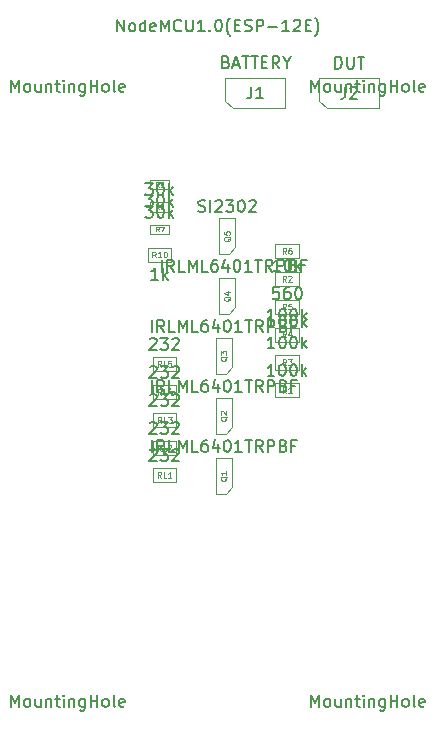
<source format=gbr>
G04 #@! TF.GenerationSoftware,KiCad,Pcbnew,(5.0.2)-1*
G04 #@! TF.CreationDate,2019-06-21T14:02:06+05:30*
G04 #@! TF.ProjectId,CapacityOfBattery,43617061-6369-4747-994f-664261747465,rev?*
G04 #@! TF.SameCoordinates,Original*
G04 #@! TF.FileFunction,Other,Fab,Top*
%FSLAX46Y46*%
G04 Gerber Fmt 4.6, Leading zero omitted, Abs format (unit mm)*
G04 Created by KiCad (PCBNEW (5.0.2)-1) date 06/21/19 14:02:06*
%MOMM*%
%LPD*%
G01*
G04 APERTURE LIST*
%ADD10C,0.100000*%
%ADD11C,0.150000*%
%ADD12C,0.080000*%
%ADD13C,0.075000*%
%ADD14C,0.060000*%
G04 APERTURE END LIST*
D10*
G04 #@! TO.C,RL4*
X23330000Y-44360000D02*
X25330000Y-44360000D01*
X23330000Y-45560000D02*
X23330000Y-44360000D01*
X25330000Y-45560000D02*
X23330000Y-45560000D01*
X25330000Y-44360000D02*
X25330000Y-45560000D01*
G04 #@! TO.C,RL5*
X25320000Y-41990000D02*
X25320000Y-43190000D01*
X25320000Y-43190000D02*
X23320000Y-43190000D01*
X23320000Y-43190000D02*
X23320000Y-41990000D01*
X23320000Y-41990000D02*
X25320000Y-41990000D01*
G04 #@! TO.C,Q3*
X30050000Y-42860000D02*
X30050000Y-40410000D01*
X29500000Y-43430000D02*
X28650000Y-43430000D01*
X30050000Y-42860000D02*
X29500000Y-43430000D01*
X28650000Y-43430000D02*
X28650000Y-40390000D01*
X30050000Y-40390000D02*
X28650000Y-40390000D01*
G04 #@! TO.C,R6*
X35710000Y-32420000D02*
X35710000Y-33620000D01*
X35710000Y-33620000D02*
X33710000Y-33620000D01*
X33710000Y-33620000D02*
X33710000Y-32420000D01*
X33710000Y-32420000D02*
X35710000Y-32420000D01*
G04 #@! TO.C,J2*
X38045000Y-20950000D02*
X37410000Y-20315000D01*
X42490000Y-20950000D02*
X38045000Y-20950000D01*
X42490000Y-18410000D02*
X42490000Y-20950000D01*
X37410000Y-18410000D02*
X42490000Y-18410000D01*
X37410000Y-20315000D02*
X37410000Y-18410000D01*
G04 #@! TO.C,J1*
X29480000Y-20285000D02*
X29480000Y-18380000D01*
X29480000Y-18380000D02*
X34560000Y-18380000D01*
X34560000Y-18380000D02*
X34560000Y-20920000D01*
X34560000Y-20920000D02*
X30115000Y-20920000D01*
X30115000Y-20920000D02*
X29480000Y-20285000D01*
G04 #@! TO.C,Q1*
X30050000Y-53020000D02*
X30050000Y-50570000D01*
X29500000Y-53590000D02*
X28650000Y-53590000D01*
X30050000Y-53020000D02*
X29500000Y-53590000D01*
X28650000Y-53590000D02*
X28650000Y-50550000D01*
X30050000Y-50550000D02*
X28650000Y-50550000D01*
G04 #@! TO.C,Q2*
X30050000Y-45470000D02*
X28650000Y-45470000D01*
X28650000Y-48510000D02*
X28650000Y-45470000D01*
X30050000Y-47940000D02*
X29500000Y-48510000D01*
X29500000Y-48510000D02*
X28650000Y-48510000D01*
X30050000Y-47940000D02*
X30050000Y-45490000D01*
G04 #@! TO.C,Q4*
X30330000Y-35310000D02*
X28930000Y-35310000D01*
X28930000Y-38350000D02*
X28930000Y-35310000D01*
X30330000Y-37780000D02*
X29780000Y-38350000D01*
X29780000Y-38350000D02*
X28930000Y-38350000D01*
X30330000Y-37780000D02*
X30330000Y-35330000D01*
G04 #@! TO.C,R1*
X35700000Y-44200000D02*
X35700000Y-45400000D01*
X35700000Y-45400000D02*
X33700000Y-45400000D01*
X33700000Y-45400000D02*
X33700000Y-44200000D01*
X33700000Y-44200000D02*
X35700000Y-44200000D01*
G04 #@! TO.C,R3*
X33710000Y-41860000D02*
X35710000Y-41860000D01*
X33710000Y-43060000D02*
X33710000Y-41860000D01*
X35710000Y-43060000D02*
X33710000Y-43060000D01*
X35710000Y-41860000D02*
X35710000Y-43060000D01*
G04 #@! TO.C,R4*
X35710000Y-39500000D02*
X35710000Y-40700000D01*
X35710000Y-40700000D02*
X33710000Y-40700000D01*
X33710000Y-40700000D02*
X33710000Y-39500000D01*
X33710000Y-39500000D02*
X35710000Y-39500000D01*
G04 #@! TO.C,R5*
X33710000Y-37140000D02*
X35710000Y-37140000D01*
X33710000Y-38340000D02*
X33710000Y-37140000D01*
X35710000Y-38340000D02*
X33710000Y-38340000D01*
X35710000Y-37140000D02*
X35710000Y-38340000D01*
G04 #@! TO.C,RL1*
X25320000Y-51400000D02*
X25320000Y-52600000D01*
X25320000Y-52600000D02*
X23320000Y-52600000D01*
X23320000Y-52600000D02*
X23320000Y-51400000D01*
X23320000Y-51400000D02*
X25320000Y-51400000D01*
G04 #@! TO.C,RL2*
X23320000Y-49100000D02*
X25320000Y-49100000D01*
X23320000Y-50300000D02*
X23320000Y-49100000D01*
X25320000Y-50300000D02*
X23320000Y-50300000D01*
X25320000Y-49100000D02*
X25320000Y-50300000D01*
G04 #@! TO.C,RL3*
X25330000Y-46730000D02*
X25330000Y-47930000D01*
X25330000Y-47930000D02*
X23330000Y-47930000D01*
X23330000Y-47930000D02*
X23330000Y-46730000D01*
X23330000Y-46730000D02*
X25330000Y-46730000D01*
G04 #@! TO.C,R2*
X35710000Y-34780000D02*
X35710000Y-35980000D01*
X35710000Y-35980000D02*
X33710000Y-35980000D01*
X33710000Y-35980000D02*
X33710000Y-34780000D01*
X33710000Y-34780000D02*
X35710000Y-34780000D01*
G04 #@! TO.C,R9*
X24720000Y-27790000D02*
X23120000Y-27790000D01*
X24720000Y-26990000D02*
X24720000Y-27790000D01*
X23120000Y-26990000D02*
X24720000Y-26990000D01*
X23120000Y-27790000D02*
X23120000Y-26990000D01*
G04 #@! TO.C,R8*
X23120000Y-28880000D02*
X24720000Y-28880000D01*
X23120000Y-29680000D02*
X23120000Y-28880000D01*
X24720000Y-29680000D02*
X23120000Y-29680000D01*
X24720000Y-28880000D02*
X24720000Y-29680000D01*
G04 #@! TO.C,R7*
X23120000Y-30780000D02*
X24720000Y-30780000D01*
X23120000Y-31580000D02*
X23120000Y-30780000D01*
X24720000Y-31580000D02*
X23120000Y-31580000D01*
X24720000Y-30780000D02*
X24720000Y-31580000D01*
G04 #@! TO.C,R10*
X24910000Y-33940000D02*
X22910000Y-33940000D01*
X24910000Y-32740000D02*
X24910000Y-33940000D01*
X22910000Y-32740000D02*
X24910000Y-32740000D01*
X22910000Y-33940000D02*
X22910000Y-32740000D01*
G04 #@! TO.C,Q5*
X30330000Y-30240000D02*
X28930000Y-30240000D01*
X28930000Y-33280000D02*
X28930000Y-30240000D01*
X30330000Y-32710000D02*
X29780000Y-33280000D01*
X29780000Y-33280000D02*
X28930000Y-33280000D01*
X30330000Y-32710000D02*
X30330000Y-30260000D01*
G04 #@! TD*
G04 #@! TO.C,*
D11*
X11354285Y-19542380D02*
X11354285Y-18542380D01*
X11687619Y-19256666D01*
X12020952Y-18542380D01*
X12020952Y-19542380D01*
X12640000Y-19542380D02*
X12544761Y-19494761D01*
X12497142Y-19447142D01*
X12449523Y-19351904D01*
X12449523Y-19066190D01*
X12497142Y-18970952D01*
X12544761Y-18923333D01*
X12640000Y-18875714D01*
X12782857Y-18875714D01*
X12878095Y-18923333D01*
X12925714Y-18970952D01*
X12973333Y-19066190D01*
X12973333Y-19351904D01*
X12925714Y-19447142D01*
X12878095Y-19494761D01*
X12782857Y-19542380D01*
X12640000Y-19542380D01*
X13830476Y-18875714D02*
X13830476Y-19542380D01*
X13401904Y-18875714D02*
X13401904Y-19399523D01*
X13449523Y-19494761D01*
X13544761Y-19542380D01*
X13687619Y-19542380D01*
X13782857Y-19494761D01*
X13830476Y-19447142D01*
X14306666Y-18875714D02*
X14306666Y-19542380D01*
X14306666Y-18970952D02*
X14354285Y-18923333D01*
X14449523Y-18875714D01*
X14592380Y-18875714D01*
X14687619Y-18923333D01*
X14735238Y-19018571D01*
X14735238Y-19542380D01*
X15068571Y-18875714D02*
X15449523Y-18875714D01*
X15211428Y-18542380D02*
X15211428Y-19399523D01*
X15259047Y-19494761D01*
X15354285Y-19542380D01*
X15449523Y-19542380D01*
X15782857Y-19542380D02*
X15782857Y-18875714D01*
X15782857Y-18542380D02*
X15735238Y-18590000D01*
X15782857Y-18637619D01*
X15830476Y-18590000D01*
X15782857Y-18542380D01*
X15782857Y-18637619D01*
X16259047Y-18875714D02*
X16259047Y-19542380D01*
X16259047Y-18970952D02*
X16306666Y-18923333D01*
X16401904Y-18875714D01*
X16544761Y-18875714D01*
X16640000Y-18923333D01*
X16687619Y-19018571D01*
X16687619Y-19542380D01*
X17592380Y-18875714D02*
X17592380Y-19685238D01*
X17544761Y-19780476D01*
X17497142Y-19828095D01*
X17401904Y-19875714D01*
X17259047Y-19875714D01*
X17163809Y-19828095D01*
X17592380Y-19494761D02*
X17497142Y-19542380D01*
X17306666Y-19542380D01*
X17211428Y-19494761D01*
X17163809Y-19447142D01*
X17116190Y-19351904D01*
X17116190Y-19066190D01*
X17163809Y-18970952D01*
X17211428Y-18923333D01*
X17306666Y-18875714D01*
X17497142Y-18875714D01*
X17592380Y-18923333D01*
X18068571Y-19542380D02*
X18068571Y-18542380D01*
X18068571Y-19018571D02*
X18640000Y-19018571D01*
X18640000Y-19542380D02*
X18640000Y-18542380D01*
X19259047Y-19542380D02*
X19163809Y-19494761D01*
X19116190Y-19447142D01*
X19068571Y-19351904D01*
X19068571Y-19066190D01*
X19116190Y-18970952D01*
X19163809Y-18923333D01*
X19259047Y-18875714D01*
X19401904Y-18875714D01*
X19497142Y-18923333D01*
X19544761Y-18970952D01*
X19592380Y-19066190D01*
X19592380Y-19351904D01*
X19544761Y-19447142D01*
X19497142Y-19494761D01*
X19401904Y-19542380D01*
X19259047Y-19542380D01*
X20163809Y-19542380D02*
X20068571Y-19494761D01*
X20020952Y-19399523D01*
X20020952Y-18542380D01*
X20925714Y-19494761D02*
X20830476Y-19542380D01*
X20640000Y-19542380D01*
X20544761Y-19494761D01*
X20497142Y-19399523D01*
X20497142Y-19018571D01*
X20544761Y-18923333D01*
X20640000Y-18875714D01*
X20830476Y-18875714D01*
X20925714Y-18923333D01*
X20973333Y-19018571D01*
X20973333Y-19113809D01*
X20497142Y-19209047D01*
X36754285Y-19542380D02*
X36754285Y-18542380D01*
X37087619Y-19256666D01*
X37420952Y-18542380D01*
X37420952Y-19542380D01*
X38040000Y-19542380D02*
X37944761Y-19494761D01*
X37897142Y-19447142D01*
X37849523Y-19351904D01*
X37849523Y-19066190D01*
X37897142Y-18970952D01*
X37944761Y-18923333D01*
X38040000Y-18875714D01*
X38182857Y-18875714D01*
X38278095Y-18923333D01*
X38325714Y-18970952D01*
X38373333Y-19066190D01*
X38373333Y-19351904D01*
X38325714Y-19447142D01*
X38278095Y-19494761D01*
X38182857Y-19542380D01*
X38040000Y-19542380D01*
X39230476Y-18875714D02*
X39230476Y-19542380D01*
X38801904Y-18875714D02*
X38801904Y-19399523D01*
X38849523Y-19494761D01*
X38944761Y-19542380D01*
X39087619Y-19542380D01*
X39182857Y-19494761D01*
X39230476Y-19447142D01*
X39706666Y-18875714D02*
X39706666Y-19542380D01*
X39706666Y-18970952D02*
X39754285Y-18923333D01*
X39849523Y-18875714D01*
X39992380Y-18875714D01*
X40087619Y-18923333D01*
X40135238Y-19018571D01*
X40135238Y-19542380D01*
X40468571Y-18875714D02*
X40849523Y-18875714D01*
X40611428Y-18542380D02*
X40611428Y-19399523D01*
X40659047Y-19494761D01*
X40754285Y-19542380D01*
X40849523Y-19542380D01*
X41182857Y-19542380D02*
X41182857Y-18875714D01*
X41182857Y-18542380D02*
X41135238Y-18590000D01*
X41182857Y-18637619D01*
X41230476Y-18590000D01*
X41182857Y-18542380D01*
X41182857Y-18637619D01*
X41659047Y-18875714D02*
X41659047Y-19542380D01*
X41659047Y-18970952D02*
X41706666Y-18923333D01*
X41801904Y-18875714D01*
X41944761Y-18875714D01*
X42040000Y-18923333D01*
X42087619Y-19018571D01*
X42087619Y-19542380D01*
X42992380Y-18875714D02*
X42992380Y-19685238D01*
X42944761Y-19780476D01*
X42897142Y-19828095D01*
X42801904Y-19875714D01*
X42659047Y-19875714D01*
X42563809Y-19828095D01*
X42992380Y-19494761D02*
X42897142Y-19542380D01*
X42706666Y-19542380D01*
X42611428Y-19494761D01*
X42563809Y-19447142D01*
X42516190Y-19351904D01*
X42516190Y-19066190D01*
X42563809Y-18970952D01*
X42611428Y-18923333D01*
X42706666Y-18875714D01*
X42897142Y-18875714D01*
X42992380Y-18923333D01*
X43468571Y-19542380D02*
X43468571Y-18542380D01*
X43468571Y-19018571D02*
X44040000Y-19018571D01*
X44040000Y-19542380D02*
X44040000Y-18542380D01*
X44659047Y-19542380D02*
X44563809Y-19494761D01*
X44516190Y-19447142D01*
X44468571Y-19351904D01*
X44468571Y-19066190D01*
X44516190Y-18970952D01*
X44563809Y-18923333D01*
X44659047Y-18875714D01*
X44801904Y-18875714D01*
X44897142Y-18923333D01*
X44944761Y-18970952D01*
X44992380Y-19066190D01*
X44992380Y-19351904D01*
X44944761Y-19447142D01*
X44897142Y-19494761D01*
X44801904Y-19542380D01*
X44659047Y-19542380D01*
X45563809Y-19542380D02*
X45468571Y-19494761D01*
X45420952Y-19399523D01*
X45420952Y-18542380D01*
X46325714Y-19494761D02*
X46230476Y-19542380D01*
X46040000Y-19542380D01*
X45944761Y-19494761D01*
X45897142Y-19399523D01*
X45897142Y-19018571D01*
X45944761Y-18923333D01*
X46040000Y-18875714D01*
X46230476Y-18875714D01*
X46325714Y-18923333D01*
X46373333Y-19018571D01*
X46373333Y-19113809D01*
X45897142Y-19209047D01*
X11354285Y-71612380D02*
X11354285Y-70612380D01*
X11687619Y-71326666D01*
X12020952Y-70612380D01*
X12020952Y-71612380D01*
X12640000Y-71612380D02*
X12544761Y-71564761D01*
X12497142Y-71517142D01*
X12449523Y-71421904D01*
X12449523Y-71136190D01*
X12497142Y-71040952D01*
X12544761Y-70993333D01*
X12640000Y-70945714D01*
X12782857Y-70945714D01*
X12878095Y-70993333D01*
X12925714Y-71040952D01*
X12973333Y-71136190D01*
X12973333Y-71421904D01*
X12925714Y-71517142D01*
X12878095Y-71564761D01*
X12782857Y-71612380D01*
X12640000Y-71612380D01*
X13830476Y-70945714D02*
X13830476Y-71612380D01*
X13401904Y-70945714D02*
X13401904Y-71469523D01*
X13449523Y-71564761D01*
X13544761Y-71612380D01*
X13687619Y-71612380D01*
X13782857Y-71564761D01*
X13830476Y-71517142D01*
X14306666Y-70945714D02*
X14306666Y-71612380D01*
X14306666Y-71040952D02*
X14354285Y-70993333D01*
X14449523Y-70945714D01*
X14592380Y-70945714D01*
X14687619Y-70993333D01*
X14735238Y-71088571D01*
X14735238Y-71612380D01*
X15068571Y-70945714D02*
X15449523Y-70945714D01*
X15211428Y-70612380D02*
X15211428Y-71469523D01*
X15259047Y-71564761D01*
X15354285Y-71612380D01*
X15449523Y-71612380D01*
X15782857Y-71612380D02*
X15782857Y-70945714D01*
X15782857Y-70612380D02*
X15735238Y-70660000D01*
X15782857Y-70707619D01*
X15830476Y-70660000D01*
X15782857Y-70612380D01*
X15782857Y-70707619D01*
X16259047Y-70945714D02*
X16259047Y-71612380D01*
X16259047Y-71040952D02*
X16306666Y-70993333D01*
X16401904Y-70945714D01*
X16544761Y-70945714D01*
X16640000Y-70993333D01*
X16687619Y-71088571D01*
X16687619Y-71612380D01*
X17592380Y-70945714D02*
X17592380Y-71755238D01*
X17544761Y-71850476D01*
X17497142Y-71898095D01*
X17401904Y-71945714D01*
X17259047Y-71945714D01*
X17163809Y-71898095D01*
X17592380Y-71564761D02*
X17497142Y-71612380D01*
X17306666Y-71612380D01*
X17211428Y-71564761D01*
X17163809Y-71517142D01*
X17116190Y-71421904D01*
X17116190Y-71136190D01*
X17163809Y-71040952D01*
X17211428Y-70993333D01*
X17306666Y-70945714D01*
X17497142Y-70945714D01*
X17592380Y-70993333D01*
X18068571Y-71612380D02*
X18068571Y-70612380D01*
X18068571Y-71088571D02*
X18640000Y-71088571D01*
X18640000Y-71612380D02*
X18640000Y-70612380D01*
X19259047Y-71612380D02*
X19163809Y-71564761D01*
X19116190Y-71517142D01*
X19068571Y-71421904D01*
X19068571Y-71136190D01*
X19116190Y-71040952D01*
X19163809Y-70993333D01*
X19259047Y-70945714D01*
X19401904Y-70945714D01*
X19497142Y-70993333D01*
X19544761Y-71040952D01*
X19592380Y-71136190D01*
X19592380Y-71421904D01*
X19544761Y-71517142D01*
X19497142Y-71564761D01*
X19401904Y-71612380D01*
X19259047Y-71612380D01*
X20163809Y-71612380D02*
X20068571Y-71564761D01*
X20020952Y-71469523D01*
X20020952Y-70612380D01*
X20925714Y-71564761D02*
X20830476Y-71612380D01*
X20640000Y-71612380D01*
X20544761Y-71564761D01*
X20497142Y-71469523D01*
X20497142Y-71088571D01*
X20544761Y-70993333D01*
X20640000Y-70945714D01*
X20830476Y-70945714D01*
X20925714Y-70993333D01*
X20973333Y-71088571D01*
X20973333Y-71183809D01*
X20497142Y-71279047D01*
X36754285Y-71612380D02*
X36754285Y-70612380D01*
X37087619Y-71326666D01*
X37420952Y-70612380D01*
X37420952Y-71612380D01*
X38040000Y-71612380D02*
X37944761Y-71564761D01*
X37897142Y-71517142D01*
X37849523Y-71421904D01*
X37849523Y-71136190D01*
X37897142Y-71040952D01*
X37944761Y-70993333D01*
X38040000Y-70945714D01*
X38182857Y-70945714D01*
X38278095Y-70993333D01*
X38325714Y-71040952D01*
X38373333Y-71136190D01*
X38373333Y-71421904D01*
X38325714Y-71517142D01*
X38278095Y-71564761D01*
X38182857Y-71612380D01*
X38040000Y-71612380D01*
X39230476Y-70945714D02*
X39230476Y-71612380D01*
X38801904Y-70945714D02*
X38801904Y-71469523D01*
X38849523Y-71564761D01*
X38944761Y-71612380D01*
X39087619Y-71612380D01*
X39182857Y-71564761D01*
X39230476Y-71517142D01*
X39706666Y-70945714D02*
X39706666Y-71612380D01*
X39706666Y-71040952D02*
X39754285Y-70993333D01*
X39849523Y-70945714D01*
X39992380Y-70945714D01*
X40087619Y-70993333D01*
X40135238Y-71088571D01*
X40135238Y-71612380D01*
X40468571Y-70945714D02*
X40849523Y-70945714D01*
X40611428Y-70612380D02*
X40611428Y-71469523D01*
X40659047Y-71564761D01*
X40754285Y-71612380D01*
X40849523Y-71612380D01*
X41182857Y-71612380D02*
X41182857Y-70945714D01*
X41182857Y-70612380D02*
X41135238Y-70660000D01*
X41182857Y-70707619D01*
X41230476Y-70660000D01*
X41182857Y-70612380D01*
X41182857Y-70707619D01*
X41659047Y-70945714D02*
X41659047Y-71612380D01*
X41659047Y-71040952D02*
X41706666Y-70993333D01*
X41801904Y-70945714D01*
X41944761Y-70945714D01*
X42040000Y-70993333D01*
X42087619Y-71088571D01*
X42087619Y-71612380D01*
X42992380Y-70945714D02*
X42992380Y-71755238D01*
X42944761Y-71850476D01*
X42897142Y-71898095D01*
X42801904Y-71945714D01*
X42659047Y-71945714D01*
X42563809Y-71898095D01*
X42992380Y-71564761D02*
X42897142Y-71612380D01*
X42706666Y-71612380D01*
X42611428Y-71564761D01*
X42563809Y-71517142D01*
X42516190Y-71421904D01*
X42516190Y-71136190D01*
X42563809Y-71040952D01*
X42611428Y-70993333D01*
X42706666Y-70945714D01*
X42897142Y-70945714D01*
X42992380Y-70993333D01*
X43468571Y-71612380D02*
X43468571Y-70612380D01*
X43468571Y-71088571D02*
X44040000Y-71088571D01*
X44040000Y-71612380D02*
X44040000Y-70612380D01*
X44659047Y-71612380D02*
X44563809Y-71564761D01*
X44516190Y-71517142D01*
X44468571Y-71421904D01*
X44468571Y-71136190D01*
X44516190Y-71040952D01*
X44563809Y-70993333D01*
X44659047Y-70945714D01*
X44801904Y-70945714D01*
X44897142Y-70993333D01*
X44944761Y-71040952D01*
X44992380Y-71136190D01*
X44992380Y-71421904D01*
X44944761Y-71517142D01*
X44897142Y-71564761D01*
X44801904Y-71612380D01*
X44659047Y-71612380D01*
X45563809Y-71612380D02*
X45468571Y-71564761D01*
X45420952Y-71469523D01*
X45420952Y-70612380D01*
X46325714Y-71564761D02*
X46230476Y-71612380D01*
X46040000Y-71612380D01*
X45944761Y-71564761D01*
X45897142Y-71469523D01*
X45897142Y-71088571D01*
X45944761Y-70993333D01*
X46040000Y-70945714D01*
X46230476Y-70945714D01*
X46325714Y-70993333D01*
X46373333Y-71088571D01*
X46373333Y-71183809D01*
X45897142Y-71279047D01*
G04 #@! TO.C,RL4*
X23091904Y-42857619D02*
X23139523Y-42810000D01*
X23234761Y-42762380D01*
X23472857Y-42762380D01*
X23568095Y-42810000D01*
X23615714Y-42857619D01*
X23663333Y-42952857D01*
X23663333Y-43048095D01*
X23615714Y-43190952D01*
X23044285Y-43762380D01*
X23663333Y-43762380D01*
X23996666Y-42762380D02*
X24615714Y-42762380D01*
X24282380Y-43143333D01*
X24425238Y-43143333D01*
X24520476Y-43190952D01*
X24568095Y-43238571D01*
X24615714Y-43333809D01*
X24615714Y-43571904D01*
X24568095Y-43667142D01*
X24520476Y-43714761D01*
X24425238Y-43762380D01*
X24139523Y-43762380D01*
X24044285Y-43714761D01*
X23996666Y-43667142D01*
X24996666Y-42857619D02*
X25044285Y-42810000D01*
X25139523Y-42762380D01*
X25377619Y-42762380D01*
X25472857Y-42810000D01*
X25520476Y-42857619D01*
X25568095Y-42952857D01*
X25568095Y-43048095D01*
X25520476Y-43190952D01*
X24949047Y-43762380D01*
X25568095Y-43762380D01*
D12*
X24044285Y-45186190D02*
X23877619Y-44948095D01*
X23758571Y-45186190D02*
X23758571Y-44686190D01*
X23949047Y-44686190D01*
X23996666Y-44710000D01*
X24020476Y-44733809D01*
X24044285Y-44781428D01*
X24044285Y-44852857D01*
X24020476Y-44900476D01*
X23996666Y-44924285D01*
X23949047Y-44948095D01*
X23758571Y-44948095D01*
X24496666Y-45186190D02*
X24258571Y-45186190D01*
X24258571Y-44686190D01*
X24877619Y-44852857D02*
X24877619Y-45186190D01*
X24758571Y-44662380D02*
X24639523Y-45019523D01*
X24949047Y-45019523D01*
G04 #@! TO.C,RL5*
D11*
X23081904Y-40487619D02*
X23129523Y-40440000D01*
X23224761Y-40392380D01*
X23462857Y-40392380D01*
X23558095Y-40440000D01*
X23605714Y-40487619D01*
X23653333Y-40582857D01*
X23653333Y-40678095D01*
X23605714Y-40820952D01*
X23034285Y-41392380D01*
X23653333Y-41392380D01*
X23986666Y-40392380D02*
X24605714Y-40392380D01*
X24272380Y-40773333D01*
X24415238Y-40773333D01*
X24510476Y-40820952D01*
X24558095Y-40868571D01*
X24605714Y-40963809D01*
X24605714Y-41201904D01*
X24558095Y-41297142D01*
X24510476Y-41344761D01*
X24415238Y-41392380D01*
X24129523Y-41392380D01*
X24034285Y-41344761D01*
X23986666Y-41297142D01*
X24986666Y-40487619D02*
X25034285Y-40440000D01*
X25129523Y-40392380D01*
X25367619Y-40392380D01*
X25462857Y-40440000D01*
X25510476Y-40487619D01*
X25558095Y-40582857D01*
X25558095Y-40678095D01*
X25510476Y-40820952D01*
X24939047Y-41392380D01*
X25558095Y-41392380D01*
D12*
X24034285Y-42816190D02*
X23867619Y-42578095D01*
X23748571Y-42816190D02*
X23748571Y-42316190D01*
X23939047Y-42316190D01*
X23986666Y-42340000D01*
X24010476Y-42363809D01*
X24034285Y-42411428D01*
X24034285Y-42482857D01*
X24010476Y-42530476D01*
X23986666Y-42554285D01*
X23939047Y-42578095D01*
X23748571Y-42578095D01*
X24486666Y-42816190D02*
X24248571Y-42816190D01*
X24248571Y-42316190D01*
X24891428Y-42316190D02*
X24653333Y-42316190D01*
X24629523Y-42554285D01*
X24653333Y-42530476D01*
X24700952Y-42506666D01*
X24820000Y-42506666D01*
X24867619Y-42530476D01*
X24891428Y-42554285D01*
X24915238Y-42601904D01*
X24915238Y-42720952D01*
X24891428Y-42768571D01*
X24867619Y-42792380D01*
X24820000Y-42816190D01*
X24700952Y-42816190D01*
X24653333Y-42792380D01*
X24629523Y-42768571D01*
G04 #@! TO.C,*
D11*
X20316190Y-14422380D02*
X20316190Y-13422380D01*
X20887619Y-14422380D01*
X20887619Y-13422380D01*
X21506666Y-14422380D02*
X21411428Y-14374761D01*
X21363809Y-14327142D01*
X21316190Y-14231904D01*
X21316190Y-13946190D01*
X21363809Y-13850952D01*
X21411428Y-13803333D01*
X21506666Y-13755714D01*
X21649523Y-13755714D01*
X21744761Y-13803333D01*
X21792380Y-13850952D01*
X21840000Y-13946190D01*
X21840000Y-14231904D01*
X21792380Y-14327142D01*
X21744761Y-14374761D01*
X21649523Y-14422380D01*
X21506666Y-14422380D01*
X22697142Y-14422380D02*
X22697142Y-13422380D01*
X22697142Y-14374761D02*
X22601904Y-14422380D01*
X22411428Y-14422380D01*
X22316190Y-14374761D01*
X22268571Y-14327142D01*
X22220952Y-14231904D01*
X22220952Y-13946190D01*
X22268571Y-13850952D01*
X22316190Y-13803333D01*
X22411428Y-13755714D01*
X22601904Y-13755714D01*
X22697142Y-13803333D01*
X23554285Y-14374761D02*
X23459047Y-14422380D01*
X23268571Y-14422380D01*
X23173333Y-14374761D01*
X23125714Y-14279523D01*
X23125714Y-13898571D01*
X23173333Y-13803333D01*
X23268571Y-13755714D01*
X23459047Y-13755714D01*
X23554285Y-13803333D01*
X23601904Y-13898571D01*
X23601904Y-13993809D01*
X23125714Y-14089047D01*
X24030476Y-14422380D02*
X24030476Y-13422380D01*
X24363809Y-14136666D01*
X24697142Y-13422380D01*
X24697142Y-14422380D01*
X25744761Y-14327142D02*
X25697142Y-14374761D01*
X25554285Y-14422380D01*
X25459047Y-14422380D01*
X25316190Y-14374761D01*
X25220952Y-14279523D01*
X25173333Y-14184285D01*
X25125714Y-13993809D01*
X25125714Y-13850952D01*
X25173333Y-13660476D01*
X25220952Y-13565238D01*
X25316190Y-13470000D01*
X25459047Y-13422380D01*
X25554285Y-13422380D01*
X25697142Y-13470000D01*
X25744761Y-13517619D01*
X26173333Y-13422380D02*
X26173333Y-14231904D01*
X26220952Y-14327142D01*
X26268571Y-14374761D01*
X26363809Y-14422380D01*
X26554285Y-14422380D01*
X26649523Y-14374761D01*
X26697142Y-14327142D01*
X26744761Y-14231904D01*
X26744761Y-13422380D01*
X27744761Y-14422380D02*
X27173333Y-14422380D01*
X27459047Y-14422380D02*
X27459047Y-13422380D01*
X27363809Y-13565238D01*
X27268571Y-13660476D01*
X27173333Y-13708095D01*
X28173333Y-14327142D02*
X28220952Y-14374761D01*
X28173333Y-14422380D01*
X28125714Y-14374761D01*
X28173333Y-14327142D01*
X28173333Y-14422380D01*
X28840000Y-13422380D02*
X28935238Y-13422380D01*
X29030476Y-13470000D01*
X29078095Y-13517619D01*
X29125714Y-13612857D01*
X29173333Y-13803333D01*
X29173333Y-14041428D01*
X29125714Y-14231904D01*
X29078095Y-14327142D01*
X29030476Y-14374761D01*
X28935238Y-14422380D01*
X28840000Y-14422380D01*
X28744761Y-14374761D01*
X28697142Y-14327142D01*
X28649523Y-14231904D01*
X28601904Y-14041428D01*
X28601904Y-13803333D01*
X28649523Y-13612857D01*
X28697142Y-13517619D01*
X28744761Y-13470000D01*
X28840000Y-13422380D01*
X29887619Y-14803333D02*
X29840000Y-14755714D01*
X29744761Y-14612857D01*
X29697142Y-14517619D01*
X29649523Y-14374761D01*
X29601904Y-14136666D01*
X29601904Y-13946190D01*
X29649523Y-13708095D01*
X29697142Y-13565238D01*
X29744761Y-13470000D01*
X29840000Y-13327142D01*
X29887619Y-13279523D01*
X30268571Y-13898571D02*
X30601904Y-13898571D01*
X30744761Y-14422380D02*
X30268571Y-14422380D01*
X30268571Y-13422380D01*
X30744761Y-13422380D01*
X31125714Y-14374761D02*
X31268571Y-14422380D01*
X31506666Y-14422380D01*
X31601904Y-14374761D01*
X31649523Y-14327142D01*
X31697142Y-14231904D01*
X31697142Y-14136666D01*
X31649523Y-14041428D01*
X31601904Y-13993809D01*
X31506666Y-13946190D01*
X31316190Y-13898571D01*
X31220952Y-13850952D01*
X31173333Y-13803333D01*
X31125714Y-13708095D01*
X31125714Y-13612857D01*
X31173333Y-13517619D01*
X31220952Y-13470000D01*
X31316190Y-13422380D01*
X31554285Y-13422380D01*
X31697142Y-13470000D01*
X32125714Y-14422380D02*
X32125714Y-13422380D01*
X32506666Y-13422380D01*
X32601904Y-13470000D01*
X32649523Y-13517619D01*
X32697142Y-13612857D01*
X32697142Y-13755714D01*
X32649523Y-13850952D01*
X32601904Y-13898571D01*
X32506666Y-13946190D01*
X32125714Y-13946190D01*
X33125714Y-14041428D02*
X33887619Y-14041428D01*
X34887619Y-14422380D02*
X34316190Y-14422380D01*
X34601904Y-14422380D02*
X34601904Y-13422380D01*
X34506666Y-13565238D01*
X34411428Y-13660476D01*
X34316190Y-13708095D01*
X35268571Y-13517619D02*
X35316190Y-13470000D01*
X35411428Y-13422380D01*
X35649523Y-13422380D01*
X35744761Y-13470000D01*
X35792380Y-13517619D01*
X35840000Y-13612857D01*
X35840000Y-13708095D01*
X35792380Y-13850952D01*
X35220952Y-14422380D01*
X35840000Y-14422380D01*
X36268571Y-13898571D02*
X36601904Y-13898571D01*
X36744761Y-14422380D02*
X36268571Y-14422380D01*
X36268571Y-13422380D01*
X36744761Y-13422380D01*
X37078095Y-14803333D02*
X37125714Y-14755714D01*
X37220952Y-14612857D01*
X37268571Y-14517619D01*
X37316190Y-14374761D01*
X37363809Y-14136666D01*
X37363809Y-13946190D01*
X37316190Y-13708095D01*
X37268571Y-13565238D01*
X37220952Y-13470000D01*
X37125714Y-13327142D01*
X37078095Y-13279523D01*
G04 #@! TO.C,Q3*
X23254761Y-39862380D02*
X23254761Y-38862380D01*
X24302380Y-39862380D02*
X23969047Y-39386190D01*
X23730952Y-39862380D02*
X23730952Y-38862380D01*
X24111904Y-38862380D01*
X24207142Y-38910000D01*
X24254761Y-38957619D01*
X24302380Y-39052857D01*
X24302380Y-39195714D01*
X24254761Y-39290952D01*
X24207142Y-39338571D01*
X24111904Y-39386190D01*
X23730952Y-39386190D01*
X25207142Y-39862380D02*
X24730952Y-39862380D01*
X24730952Y-38862380D01*
X25540476Y-39862380D02*
X25540476Y-38862380D01*
X25873809Y-39576666D01*
X26207142Y-38862380D01*
X26207142Y-39862380D01*
X27159523Y-39862380D02*
X26683333Y-39862380D01*
X26683333Y-38862380D01*
X27921428Y-38862380D02*
X27730952Y-38862380D01*
X27635714Y-38910000D01*
X27588095Y-38957619D01*
X27492857Y-39100476D01*
X27445238Y-39290952D01*
X27445238Y-39671904D01*
X27492857Y-39767142D01*
X27540476Y-39814761D01*
X27635714Y-39862380D01*
X27826190Y-39862380D01*
X27921428Y-39814761D01*
X27969047Y-39767142D01*
X28016666Y-39671904D01*
X28016666Y-39433809D01*
X27969047Y-39338571D01*
X27921428Y-39290952D01*
X27826190Y-39243333D01*
X27635714Y-39243333D01*
X27540476Y-39290952D01*
X27492857Y-39338571D01*
X27445238Y-39433809D01*
X28873809Y-39195714D02*
X28873809Y-39862380D01*
X28635714Y-38814761D02*
X28397619Y-39529047D01*
X29016666Y-39529047D01*
X29588095Y-38862380D02*
X29683333Y-38862380D01*
X29778571Y-38910000D01*
X29826190Y-38957619D01*
X29873809Y-39052857D01*
X29921428Y-39243333D01*
X29921428Y-39481428D01*
X29873809Y-39671904D01*
X29826190Y-39767142D01*
X29778571Y-39814761D01*
X29683333Y-39862380D01*
X29588095Y-39862380D01*
X29492857Y-39814761D01*
X29445238Y-39767142D01*
X29397619Y-39671904D01*
X29349999Y-39481428D01*
X29349999Y-39243333D01*
X29397619Y-39052857D01*
X29445238Y-38957619D01*
X29492857Y-38910000D01*
X29588095Y-38862380D01*
X30873809Y-39862380D02*
X30302380Y-39862380D01*
X30588095Y-39862380D02*
X30588095Y-38862380D01*
X30492857Y-39005238D01*
X30397619Y-39100476D01*
X30302380Y-39148095D01*
X31159523Y-38862380D02*
X31730952Y-38862380D01*
X31445238Y-39862380D02*
X31445238Y-38862380D01*
X32635714Y-39862380D02*
X32302380Y-39386190D01*
X32064285Y-39862380D02*
X32064285Y-38862380D01*
X32445238Y-38862380D01*
X32540476Y-38910000D01*
X32588095Y-38957619D01*
X32635714Y-39052857D01*
X32635714Y-39195714D01*
X32588095Y-39290952D01*
X32540476Y-39338571D01*
X32445238Y-39386190D01*
X32064285Y-39386190D01*
X33064285Y-39862380D02*
X33064285Y-38862380D01*
X33445238Y-38862380D01*
X33540476Y-38910000D01*
X33588095Y-38957619D01*
X33635714Y-39052857D01*
X33635714Y-39195714D01*
X33588095Y-39290952D01*
X33540476Y-39338571D01*
X33445238Y-39386190D01*
X33064285Y-39386190D01*
X34397619Y-39338571D02*
X34540476Y-39386190D01*
X34588095Y-39433809D01*
X34635714Y-39529047D01*
X34635714Y-39671904D01*
X34588095Y-39767142D01*
X34540476Y-39814761D01*
X34445238Y-39862380D01*
X34064285Y-39862380D01*
X34064285Y-38862380D01*
X34397619Y-38862380D01*
X34492857Y-38910000D01*
X34540476Y-38957619D01*
X34588095Y-39052857D01*
X34588095Y-39148095D01*
X34540476Y-39243333D01*
X34492857Y-39290952D01*
X34397619Y-39338571D01*
X34064285Y-39338571D01*
X35397619Y-39338571D02*
X35064285Y-39338571D01*
X35064285Y-39862380D02*
X35064285Y-38862380D01*
X35540476Y-38862380D01*
D13*
X29623809Y-41957619D02*
X29600000Y-42005238D01*
X29552380Y-42052857D01*
X29480952Y-42124285D01*
X29457142Y-42171904D01*
X29457142Y-42219523D01*
X29576190Y-42195714D02*
X29552380Y-42243333D01*
X29504761Y-42290952D01*
X29409523Y-42314761D01*
X29242857Y-42314761D01*
X29147619Y-42290952D01*
X29100000Y-42243333D01*
X29076190Y-42195714D01*
X29076190Y-42100476D01*
X29100000Y-42052857D01*
X29147619Y-42005238D01*
X29242857Y-41981428D01*
X29409523Y-41981428D01*
X29504761Y-42005238D01*
X29552380Y-42052857D01*
X29576190Y-42100476D01*
X29576190Y-42195714D01*
X29076190Y-41814761D02*
X29076190Y-41505238D01*
X29266666Y-41671904D01*
X29266666Y-41600476D01*
X29290476Y-41552857D01*
X29314285Y-41529047D01*
X29361904Y-41505238D01*
X29480952Y-41505238D01*
X29528571Y-41529047D01*
X29552380Y-41552857D01*
X29576190Y-41600476D01*
X29576190Y-41743333D01*
X29552380Y-41790952D01*
X29528571Y-41814761D01*
G04 #@! TO.C,R6*
D11*
X34114761Y-34742380D02*
X33543333Y-34742380D01*
X33829047Y-34742380D02*
X33829047Y-33742380D01*
X33733809Y-33885238D01*
X33638571Y-33980476D01*
X33543333Y-34028095D01*
X34733809Y-33742380D02*
X34829047Y-33742380D01*
X34924285Y-33790000D01*
X34971904Y-33837619D01*
X35019523Y-33932857D01*
X35067142Y-34123333D01*
X35067142Y-34361428D01*
X35019523Y-34551904D01*
X34971904Y-34647142D01*
X34924285Y-34694761D01*
X34829047Y-34742380D01*
X34733809Y-34742380D01*
X34638571Y-34694761D01*
X34590952Y-34647142D01*
X34543333Y-34551904D01*
X34495714Y-34361428D01*
X34495714Y-34123333D01*
X34543333Y-33932857D01*
X34590952Y-33837619D01*
X34638571Y-33790000D01*
X34733809Y-33742380D01*
X35495714Y-34742380D02*
X35495714Y-33742380D01*
X35590952Y-34361428D02*
X35876666Y-34742380D01*
X35876666Y-34075714D02*
X35495714Y-34456666D01*
D12*
X34626666Y-33246190D02*
X34460000Y-33008095D01*
X34340952Y-33246190D02*
X34340952Y-32746190D01*
X34531428Y-32746190D01*
X34579047Y-32770000D01*
X34602857Y-32793809D01*
X34626666Y-32841428D01*
X34626666Y-32912857D01*
X34602857Y-32960476D01*
X34579047Y-32984285D01*
X34531428Y-33008095D01*
X34340952Y-33008095D01*
X35055238Y-32746190D02*
X34960000Y-32746190D01*
X34912380Y-32770000D01*
X34888571Y-32793809D01*
X34840952Y-32865238D01*
X34817142Y-32960476D01*
X34817142Y-33150952D01*
X34840952Y-33198571D01*
X34864761Y-33222380D01*
X34912380Y-33246190D01*
X35007619Y-33246190D01*
X35055238Y-33222380D01*
X35079047Y-33198571D01*
X35102857Y-33150952D01*
X35102857Y-33031904D01*
X35079047Y-32984285D01*
X35055238Y-32960476D01*
X35007619Y-32936666D01*
X34912380Y-32936666D01*
X34864761Y-32960476D01*
X34840952Y-32984285D01*
X34817142Y-33031904D01*
G04 #@! TO.C,J2*
D11*
X38783333Y-17572380D02*
X38783333Y-16572380D01*
X39021428Y-16572380D01*
X39164285Y-16620000D01*
X39259523Y-16715238D01*
X39307142Y-16810476D01*
X39354761Y-17000952D01*
X39354761Y-17143809D01*
X39307142Y-17334285D01*
X39259523Y-17429523D01*
X39164285Y-17524761D01*
X39021428Y-17572380D01*
X38783333Y-17572380D01*
X39783333Y-16572380D02*
X39783333Y-17381904D01*
X39830952Y-17477142D01*
X39878571Y-17524761D01*
X39973809Y-17572380D01*
X40164285Y-17572380D01*
X40259523Y-17524761D01*
X40307142Y-17477142D01*
X40354761Y-17381904D01*
X40354761Y-16572380D01*
X40688095Y-16572380D02*
X41259523Y-16572380D01*
X40973809Y-17572380D02*
X40973809Y-16572380D01*
X39616666Y-19132380D02*
X39616666Y-19846666D01*
X39569047Y-19989523D01*
X39473809Y-20084761D01*
X39330952Y-20132380D01*
X39235714Y-20132380D01*
X40045238Y-19227619D02*
X40092857Y-19180000D01*
X40188095Y-19132380D01*
X40426190Y-19132380D01*
X40521428Y-19180000D01*
X40569047Y-19227619D01*
X40616666Y-19322857D01*
X40616666Y-19418095D01*
X40569047Y-19560952D01*
X39997619Y-20132380D01*
X40616666Y-20132380D01*
G04 #@! TO.C,J1*
X29520000Y-17018571D02*
X29662857Y-17066190D01*
X29710476Y-17113809D01*
X29758095Y-17209047D01*
X29758095Y-17351904D01*
X29710476Y-17447142D01*
X29662857Y-17494761D01*
X29567619Y-17542380D01*
X29186666Y-17542380D01*
X29186666Y-16542380D01*
X29520000Y-16542380D01*
X29615238Y-16590000D01*
X29662857Y-16637619D01*
X29710476Y-16732857D01*
X29710476Y-16828095D01*
X29662857Y-16923333D01*
X29615238Y-16970952D01*
X29520000Y-17018571D01*
X29186666Y-17018571D01*
X30139047Y-17256666D02*
X30615238Y-17256666D01*
X30043809Y-17542380D02*
X30377142Y-16542380D01*
X30710476Y-17542380D01*
X30900952Y-16542380D02*
X31472380Y-16542380D01*
X31186666Y-17542380D02*
X31186666Y-16542380D01*
X31662857Y-16542380D02*
X32234285Y-16542380D01*
X31948571Y-17542380D02*
X31948571Y-16542380D01*
X32567619Y-17018571D02*
X32900952Y-17018571D01*
X33043809Y-17542380D02*
X32567619Y-17542380D01*
X32567619Y-16542380D01*
X33043809Y-16542380D01*
X34043809Y-17542380D02*
X33710476Y-17066190D01*
X33472380Y-17542380D02*
X33472380Y-16542380D01*
X33853333Y-16542380D01*
X33948571Y-16590000D01*
X33996190Y-16637619D01*
X34043809Y-16732857D01*
X34043809Y-16875714D01*
X33996190Y-16970952D01*
X33948571Y-17018571D01*
X33853333Y-17066190D01*
X33472380Y-17066190D01*
X34662857Y-17066190D02*
X34662857Y-17542380D01*
X34329523Y-16542380D02*
X34662857Y-17066190D01*
X34996190Y-16542380D01*
X31686666Y-19102380D02*
X31686666Y-19816666D01*
X31639047Y-19959523D01*
X31543809Y-20054761D01*
X31400952Y-20102380D01*
X31305714Y-20102380D01*
X32686666Y-20102380D02*
X32115238Y-20102380D01*
X32400952Y-20102380D02*
X32400952Y-19102380D01*
X32305714Y-19245238D01*
X32210476Y-19340476D01*
X32115238Y-19388095D01*
G04 #@! TO.C,Q1*
X23254761Y-50022380D02*
X23254761Y-49022380D01*
X24302380Y-50022380D02*
X23969047Y-49546190D01*
X23730952Y-50022380D02*
X23730952Y-49022380D01*
X24111904Y-49022380D01*
X24207142Y-49070000D01*
X24254761Y-49117619D01*
X24302380Y-49212857D01*
X24302380Y-49355714D01*
X24254761Y-49450952D01*
X24207142Y-49498571D01*
X24111904Y-49546190D01*
X23730952Y-49546190D01*
X25207142Y-50022380D02*
X24730952Y-50022380D01*
X24730952Y-49022380D01*
X25540476Y-50022380D02*
X25540476Y-49022380D01*
X25873809Y-49736666D01*
X26207142Y-49022380D01*
X26207142Y-50022380D01*
X27159523Y-50022380D02*
X26683333Y-50022380D01*
X26683333Y-49022380D01*
X27921428Y-49022380D02*
X27730952Y-49022380D01*
X27635714Y-49070000D01*
X27588095Y-49117619D01*
X27492857Y-49260476D01*
X27445238Y-49450952D01*
X27445238Y-49831904D01*
X27492857Y-49927142D01*
X27540476Y-49974761D01*
X27635714Y-50022380D01*
X27826190Y-50022380D01*
X27921428Y-49974761D01*
X27969047Y-49927142D01*
X28016666Y-49831904D01*
X28016666Y-49593809D01*
X27969047Y-49498571D01*
X27921428Y-49450952D01*
X27826190Y-49403333D01*
X27635714Y-49403333D01*
X27540476Y-49450952D01*
X27492857Y-49498571D01*
X27445238Y-49593809D01*
X28873809Y-49355714D02*
X28873809Y-50022380D01*
X28635714Y-48974761D02*
X28397619Y-49689047D01*
X29016666Y-49689047D01*
X29588095Y-49022380D02*
X29683333Y-49022380D01*
X29778571Y-49070000D01*
X29826190Y-49117619D01*
X29873809Y-49212857D01*
X29921428Y-49403333D01*
X29921428Y-49641428D01*
X29873809Y-49831904D01*
X29826190Y-49927142D01*
X29778571Y-49974761D01*
X29683333Y-50022380D01*
X29588095Y-50022380D01*
X29492857Y-49974761D01*
X29445238Y-49927142D01*
X29397619Y-49831904D01*
X29349999Y-49641428D01*
X29349999Y-49403333D01*
X29397619Y-49212857D01*
X29445238Y-49117619D01*
X29492857Y-49070000D01*
X29588095Y-49022380D01*
X30873809Y-50022380D02*
X30302380Y-50022380D01*
X30588095Y-50022380D02*
X30588095Y-49022380D01*
X30492857Y-49165238D01*
X30397619Y-49260476D01*
X30302380Y-49308095D01*
X31159523Y-49022380D02*
X31730952Y-49022380D01*
X31445238Y-50022380D02*
X31445238Y-49022380D01*
X32635714Y-50022380D02*
X32302380Y-49546190D01*
X32064285Y-50022380D02*
X32064285Y-49022380D01*
X32445238Y-49022380D01*
X32540476Y-49070000D01*
X32588095Y-49117619D01*
X32635714Y-49212857D01*
X32635714Y-49355714D01*
X32588095Y-49450952D01*
X32540476Y-49498571D01*
X32445238Y-49546190D01*
X32064285Y-49546190D01*
X33064285Y-50022380D02*
X33064285Y-49022380D01*
X33445238Y-49022380D01*
X33540476Y-49070000D01*
X33588095Y-49117619D01*
X33635714Y-49212857D01*
X33635714Y-49355714D01*
X33588095Y-49450952D01*
X33540476Y-49498571D01*
X33445238Y-49546190D01*
X33064285Y-49546190D01*
X34397619Y-49498571D02*
X34540476Y-49546190D01*
X34588095Y-49593809D01*
X34635714Y-49689047D01*
X34635714Y-49831904D01*
X34588095Y-49927142D01*
X34540476Y-49974761D01*
X34445238Y-50022380D01*
X34064285Y-50022380D01*
X34064285Y-49022380D01*
X34397619Y-49022380D01*
X34492857Y-49070000D01*
X34540476Y-49117619D01*
X34588095Y-49212857D01*
X34588095Y-49308095D01*
X34540476Y-49403333D01*
X34492857Y-49450952D01*
X34397619Y-49498571D01*
X34064285Y-49498571D01*
X35397619Y-49498571D02*
X35064285Y-49498571D01*
X35064285Y-50022380D02*
X35064285Y-49022380D01*
X35540476Y-49022380D01*
D13*
X29623809Y-52117619D02*
X29600000Y-52165238D01*
X29552380Y-52212857D01*
X29480952Y-52284285D01*
X29457142Y-52331904D01*
X29457142Y-52379523D01*
X29576190Y-52355714D02*
X29552380Y-52403333D01*
X29504761Y-52450952D01*
X29409523Y-52474761D01*
X29242857Y-52474761D01*
X29147619Y-52450952D01*
X29100000Y-52403333D01*
X29076190Y-52355714D01*
X29076190Y-52260476D01*
X29100000Y-52212857D01*
X29147619Y-52165238D01*
X29242857Y-52141428D01*
X29409523Y-52141428D01*
X29504761Y-52165238D01*
X29552380Y-52212857D01*
X29576190Y-52260476D01*
X29576190Y-52355714D01*
X29576190Y-51665238D02*
X29576190Y-51950952D01*
X29576190Y-51808095D02*
X29076190Y-51808095D01*
X29147619Y-51855714D01*
X29195238Y-51903333D01*
X29219047Y-51950952D01*
G04 #@! TO.C,Q2*
D11*
X23254761Y-44942380D02*
X23254761Y-43942380D01*
X24302380Y-44942380D02*
X23969047Y-44466190D01*
X23730952Y-44942380D02*
X23730952Y-43942380D01*
X24111904Y-43942380D01*
X24207142Y-43990000D01*
X24254761Y-44037619D01*
X24302380Y-44132857D01*
X24302380Y-44275714D01*
X24254761Y-44370952D01*
X24207142Y-44418571D01*
X24111904Y-44466190D01*
X23730952Y-44466190D01*
X25207142Y-44942380D02*
X24730952Y-44942380D01*
X24730952Y-43942380D01*
X25540476Y-44942380D02*
X25540476Y-43942380D01*
X25873809Y-44656666D01*
X26207142Y-43942380D01*
X26207142Y-44942380D01*
X27159523Y-44942380D02*
X26683333Y-44942380D01*
X26683333Y-43942380D01*
X27921428Y-43942380D02*
X27730952Y-43942380D01*
X27635714Y-43990000D01*
X27588095Y-44037619D01*
X27492857Y-44180476D01*
X27445238Y-44370952D01*
X27445238Y-44751904D01*
X27492857Y-44847142D01*
X27540476Y-44894761D01*
X27635714Y-44942380D01*
X27826190Y-44942380D01*
X27921428Y-44894761D01*
X27969047Y-44847142D01*
X28016666Y-44751904D01*
X28016666Y-44513809D01*
X27969047Y-44418571D01*
X27921428Y-44370952D01*
X27826190Y-44323333D01*
X27635714Y-44323333D01*
X27540476Y-44370952D01*
X27492857Y-44418571D01*
X27445238Y-44513809D01*
X28873809Y-44275714D02*
X28873809Y-44942380D01*
X28635714Y-43894761D02*
X28397619Y-44609047D01*
X29016666Y-44609047D01*
X29588095Y-43942380D02*
X29683333Y-43942380D01*
X29778571Y-43990000D01*
X29826190Y-44037619D01*
X29873809Y-44132857D01*
X29921428Y-44323333D01*
X29921428Y-44561428D01*
X29873809Y-44751904D01*
X29826190Y-44847142D01*
X29778571Y-44894761D01*
X29683333Y-44942380D01*
X29588095Y-44942380D01*
X29492857Y-44894761D01*
X29445238Y-44847142D01*
X29397619Y-44751904D01*
X29349999Y-44561428D01*
X29349999Y-44323333D01*
X29397619Y-44132857D01*
X29445238Y-44037619D01*
X29492857Y-43990000D01*
X29588095Y-43942380D01*
X30873809Y-44942380D02*
X30302380Y-44942380D01*
X30588095Y-44942380D02*
X30588095Y-43942380D01*
X30492857Y-44085238D01*
X30397619Y-44180476D01*
X30302380Y-44228095D01*
X31159523Y-43942380D02*
X31730952Y-43942380D01*
X31445238Y-44942380D02*
X31445238Y-43942380D01*
X32635714Y-44942380D02*
X32302380Y-44466190D01*
X32064285Y-44942380D02*
X32064285Y-43942380D01*
X32445238Y-43942380D01*
X32540476Y-43990000D01*
X32588095Y-44037619D01*
X32635714Y-44132857D01*
X32635714Y-44275714D01*
X32588095Y-44370952D01*
X32540476Y-44418571D01*
X32445238Y-44466190D01*
X32064285Y-44466190D01*
X33064285Y-44942380D02*
X33064285Y-43942380D01*
X33445238Y-43942380D01*
X33540476Y-43990000D01*
X33588095Y-44037619D01*
X33635714Y-44132857D01*
X33635714Y-44275714D01*
X33588095Y-44370952D01*
X33540476Y-44418571D01*
X33445238Y-44466190D01*
X33064285Y-44466190D01*
X34397619Y-44418571D02*
X34540476Y-44466190D01*
X34588095Y-44513809D01*
X34635714Y-44609047D01*
X34635714Y-44751904D01*
X34588095Y-44847142D01*
X34540476Y-44894761D01*
X34445238Y-44942380D01*
X34064285Y-44942380D01*
X34064285Y-43942380D01*
X34397619Y-43942380D01*
X34492857Y-43990000D01*
X34540476Y-44037619D01*
X34588095Y-44132857D01*
X34588095Y-44228095D01*
X34540476Y-44323333D01*
X34492857Y-44370952D01*
X34397619Y-44418571D01*
X34064285Y-44418571D01*
X35397619Y-44418571D02*
X35064285Y-44418571D01*
X35064285Y-44942380D02*
X35064285Y-43942380D01*
X35540476Y-43942380D01*
D13*
X29623809Y-47037619D02*
X29600000Y-47085238D01*
X29552380Y-47132857D01*
X29480952Y-47204285D01*
X29457142Y-47251904D01*
X29457142Y-47299523D01*
X29576190Y-47275714D02*
X29552380Y-47323333D01*
X29504761Y-47370952D01*
X29409523Y-47394761D01*
X29242857Y-47394761D01*
X29147619Y-47370952D01*
X29100000Y-47323333D01*
X29076190Y-47275714D01*
X29076190Y-47180476D01*
X29100000Y-47132857D01*
X29147619Y-47085238D01*
X29242857Y-47061428D01*
X29409523Y-47061428D01*
X29504761Y-47085238D01*
X29552380Y-47132857D01*
X29576190Y-47180476D01*
X29576190Y-47275714D01*
X29123809Y-46870952D02*
X29100000Y-46847142D01*
X29076190Y-46799523D01*
X29076190Y-46680476D01*
X29100000Y-46632857D01*
X29123809Y-46609047D01*
X29171428Y-46585238D01*
X29219047Y-46585238D01*
X29290476Y-46609047D01*
X29576190Y-46894761D01*
X29576190Y-46585238D01*
G04 #@! TO.C,Q4*
D11*
X24084761Y-34762380D02*
X24084761Y-33762380D01*
X25132380Y-34762380D02*
X24799047Y-34286190D01*
X24560952Y-34762380D02*
X24560952Y-33762380D01*
X24941904Y-33762380D01*
X25037142Y-33810000D01*
X25084761Y-33857619D01*
X25132380Y-33952857D01*
X25132380Y-34095714D01*
X25084761Y-34190952D01*
X25037142Y-34238571D01*
X24941904Y-34286190D01*
X24560952Y-34286190D01*
X26037142Y-34762380D02*
X25560952Y-34762380D01*
X25560952Y-33762380D01*
X26370476Y-34762380D02*
X26370476Y-33762380D01*
X26703809Y-34476666D01*
X27037142Y-33762380D01*
X27037142Y-34762380D01*
X27989523Y-34762380D02*
X27513333Y-34762380D01*
X27513333Y-33762380D01*
X28751428Y-33762380D02*
X28560952Y-33762380D01*
X28465714Y-33810000D01*
X28418095Y-33857619D01*
X28322857Y-34000476D01*
X28275238Y-34190952D01*
X28275238Y-34571904D01*
X28322857Y-34667142D01*
X28370476Y-34714761D01*
X28465714Y-34762380D01*
X28656190Y-34762380D01*
X28751428Y-34714761D01*
X28799047Y-34667142D01*
X28846666Y-34571904D01*
X28846666Y-34333809D01*
X28799047Y-34238571D01*
X28751428Y-34190952D01*
X28656190Y-34143333D01*
X28465714Y-34143333D01*
X28370476Y-34190952D01*
X28322857Y-34238571D01*
X28275238Y-34333809D01*
X29703809Y-34095714D02*
X29703809Y-34762380D01*
X29465714Y-33714761D02*
X29227619Y-34429047D01*
X29846666Y-34429047D01*
X30418095Y-33762380D02*
X30513333Y-33762380D01*
X30608571Y-33810000D01*
X30656190Y-33857619D01*
X30703809Y-33952857D01*
X30751428Y-34143333D01*
X30751428Y-34381428D01*
X30703809Y-34571904D01*
X30656190Y-34667142D01*
X30608571Y-34714761D01*
X30513333Y-34762380D01*
X30418095Y-34762380D01*
X30322857Y-34714761D01*
X30275238Y-34667142D01*
X30227619Y-34571904D01*
X30179999Y-34381428D01*
X30179999Y-34143333D01*
X30227619Y-33952857D01*
X30275238Y-33857619D01*
X30322857Y-33810000D01*
X30418095Y-33762380D01*
X31703809Y-34762380D02*
X31132380Y-34762380D01*
X31418095Y-34762380D02*
X31418095Y-33762380D01*
X31322857Y-33905238D01*
X31227619Y-34000476D01*
X31132380Y-34048095D01*
X31989523Y-33762380D02*
X32560952Y-33762380D01*
X32275238Y-34762380D02*
X32275238Y-33762380D01*
X33465714Y-34762380D02*
X33132380Y-34286190D01*
X32894285Y-34762380D02*
X32894285Y-33762380D01*
X33275238Y-33762380D01*
X33370476Y-33810000D01*
X33418095Y-33857619D01*
X33465714Y-33952857D01*
X33465714Y-34095714D01*
X33418095Y-34190952D01*
X33370476Y-34238571D01*
X33275238Y-34286190D01*
X32894285Y-34286190D01*
X33894285Y-34762380D02*
X33894285Y-33762380D01*
X34275238Y-33762380D01*
X34370476Y-33810000D01*
X34418095Y-33857619D01*
X34465714Y-33952857D01*
X34465714Y-34095714D01*
X34418095Y-34190952D01*
X34370476Y-34238571D01*
X34275238Y-34286190D01*
X33894285Y-34286190D01*
X35227619Y-34238571D02*
X35370476Y-34286190D01*
X35418095Y-34333809D01*
X35465714Y-34429047D01*
X35465714Y-34571904D01*
X35418095Y-34667142D01*
X35370476Y-34714761D01*
X35275238Y-34762380D01*
X34894285Y-34762380D01*
X34894285Y-33762380D01*
X35227619Y-33762380D01*
X35322857Y-33810000D01*
X35370476Y-33857619D01*
X35418095Y-33952857D01*
X35418095Y-34048095D01*
X35370476Y-34143333D01*
X35322857Y-34190952D01*
X35227619Y-34238571D01*
X34894285Y-34238571D01*
X36227619Y-34238571D02*
X35894285Y-34238571D01*
X35894285Y-34762380D02*
X35894285Y-33762380D01*
X36370476Y-33762380D01*
D13*
X29903809Y-36877619D02*
X29880000Y-36925238D01*
X29832380Y-36972857D01*
X29760952Y-37044285D01*
X29737142Y-37091904D01*
X29737142Y-37139523D01*
X29856190Y-37115714D02*
X29832380Y-37163333D01*
X29784761Y-37210952D01*
X29689523Y-37234761D01*
X29522857Y-37234761D01*
X29427619Y-37210952D01*
X29380000Y-37163333D01*
X29356190Y-37115714D01*
X29356190Y-37020476D01*
X29380000Y-36972857D01*
X29427619Y-36925238D01*
X29522857Y-36901428D01*
X29689523Y-36901428D01*
X29784761Y-36925238D01*
X29832380Y-36972857D01*
X29856190Y-37020476D01*
X29856190Y-37115714D01*
X29522857Y-36472857D02*
X29856190Y-36472857D01*
X29332380Y-36591904D02*
X29689523Y-36710952D01*
X29689523Y-36401428D01*
G04 #@! TO.C,R1*
D11*
X33628571Y-43602380D02*
X33057142Y-43602380D01*
X33342857Y-43602380D02*
X33342857Y-42602380D01*
X33247619Y-42745238D01*
X33152380Y-42840476D01*
X33057142Y-42888095D01*
X34247619Y-42602380D02*
X34342857Y-42602380D01*
X34438095Y-42650000D01*
X34485714Y-42697619D01*
X34533333Y-42792857D01*
X34580952Y-42983333D01*
X34580952Y-43221428D01*
X34533333Y-43411904D01*
X34485714Y-43507142D01*
X34438095Y-43554761D01*
X34342857Y-43602380D01*
X34247619Y-43602380D01*
X34152380Y-43554761D01*
X34104761Y-43507142D01*
X34057142Y-43411904D01*
X34009523Y-43221428D01*
X34009523Y-42983333D01*
X34057142Y-42792857D01*
X34104761Y-42697619D01*
X34152380Y-42650000D01*
X34247619Y-42602380D01*
X35200000Y-42602380D02*
X35295238Y-42602380D01*
X35390476Y-42650000D01*
X35438095Y-42697619D01*
X35485714Y-42792857D01*
X35533333Y-42983333D01*
X35533333Y-43221428D01*
X35485714Y-43411904D01*
X35438095Y-43507142D01*
X35390476Y-43554761D01*
X35295238Y-43602380D01*
X35200000Y-43602380D01*
X35104761Y-43554761D01*
X35057142Y-43507142D01*
X35009523Y-43411904D01*
X34961904Y-43221428D01*
X34961904Y-42983333D01*
X35009523Y-42792857D01*
X35057142Y-42697619D01*
X35104761Y-42650000D01*
X35200000Y-42602380D01*
X35961904Y-43602380D02*
X35961904Y-42602380D01*
X36057142Y-43221428D02*
X36342857Y-43602380D01*
X36342857Y-42935714D02*
X35961904Y-43316666D01*
D12*
X34616666Y-45026190D02*
X34450000Y-44788095D01*
X34330952Y-45026190D02*
X34330952Y-44526190D01*
X34521428Y-44526190D01*
X34569047Y-44550000D01*
X34592857Y-44573809D01*
X34616666Y-44621428D01*
X34616666Y-44692857D01*
X34592857Y-44740476D01*
X34569047Y-44764285D01*
X34521428Y-44788095D01*
X34330952Y-44788095D01*
X35092857Y-45026190D02*
X34807142Y-45026190D01*
X34950000Y-45026190D02*
X34950000Y-44526190D01*
X34902380Y-44597619D01*
X34854761Y-44645238D01*
X34807142Y-44669047D01*
G04 #@! TO.C,R3*
D11*
X33638571Y-41262380D02*
X33067142Y-41262380D01*
X33352857Y-41262380D02*
X33352857Y-40262380D01*
X33257619Y-40405238D01*
X33162380Y-40500476D01*
X33067142Y-40548095D01*
X34257619Y-40262380D02*
X34352857Y-40262380D01*
X34448095Y-40310000D01*
X34495714Y-40357619D01*
X34543333Y-40452857D01*
X34590952Y-40643333D01*
X34590952Y-40881428D01*
X34543333Y-41071904D01*
X34495714Y-41167142D01*
X34448095Y-41214761D01*
X34352857Y-41262380D01*
X34257619Y-41262380D01*
X34162380Y-41214761D01*
X34114761Y-41167142D01*
X34067142Y-41071904D01*
X34019523Y-40881428D01*
X34019523Y-40643333D01*
X34067142Y-40452857D01*
X34114761Y-40357619D01*
X34162380Y-40310000D01*
X34257619Y-40262380D01*
X35210000Y-40262380D02*
X35305238Y-40262380D01*
X35400476Y-40310000D01*
X35448095Y-40357619D01*
X35495714Y-40452857D01*
X35543333Y-40643333D01*
X35543333Y-40881428D01*
X35495714Y-41071904D01*
X35448095Y-41167142D01*
X35400476Y-41214761D01*
X35305238Y-41262380D01*
X35210000Y-41262380D01*
X35114761Y-41214761D01*
X35067142Y-41167142D01*
X35019523Y-41071904D01*
X34971904Y-40881428D01*
X34971904Y-40643333D01*
X35019523Y-40452857D01*
X35067142Y-40357619D01*
X35114761Y-40310000D01*
X35210000Y-40262380D01*
X35971904Y-41262380D02*
X35971904Y-40262380D01*
X36067142Y-40881428D02*
X36352857Y-41262380D01*
X36352857Y-40595714D02*
X35971904Y-40976666D01*
D12*
X34626666Y-42686190D02*
X34460000Y-42448095D01*
X34340952Y-42686190D02*
X34340952Y-42186190D01*
X34531428Y-42186190D01*
X34579047Y-42210000D01*
X34602857Y-42233809D01*
X34626666Y-42281428D01*
X34626666Y-42352857D01*
X34602857Y-42400476D01*
X34579047Y-42424285D01*
X34531428Y-42448095D01*
X34340952Y-42448095D01*
X34793333Y-42186190D02*
X35102857Y-42186190D01*
X34936190Y-42376666D01*
X35007619Y-42376666D01*
X35055238Y-42400476D01*
X35079047Y-42424285D01*
X35102857Y-42471904D01*
X35102857Y-42590952D01*
X35079047Y-42638571D01*
X35055238Y-42662380D01*
X35007619Y-42686190D01*
X34864761Y-42686190D01*
X34817142Y-42662380D01*
X34793333Y-42638571D01*
G04 #@! TO.C,R4*
D11*
X33638571Y-38902380D02*
X33067142Y-38902380D01*
X33352857Y-38902380D02*
X33352857Y-37902380D01*
X33257619Y-38045238D01*
X33162380Y-38140476D01*
X33067142Y-38188095D01*
X34257619Y-37902380D02*
X34352857Y-37902380D01*
X34448095Y-37950000D01*
X34495714Y-37997619D01*
X34543333Y-38092857D01*
X34590952Y-38283333D01*
X34590952Y-38521428D01*
X34543333Y-38711904D01*
X34495714Y-38807142D01*
X34448095Y-38854761D01*
X34352857Y-38902380D01*
X34257619Y-38902380D01*
X34162380Y-38854761D01*
X34114761Y-38807142D01*
X34067142Y-38711904D01*
X34019523Y-38521428D01*
X34019523Y-38283333D01*
X34067142Y-38092857D01*
X34114761Y-37997619D01*
X34162380Y-37950000D01*
X34257619Y-37902380D01*
X35210000Y-37902380D02*
X35305238Y-37902380D01*
X35400476Y-37950000D01*
X35448095Y-37997619D01*
X35495714Y-38092857D01*
X35543333Y-38283333D01*
X35543333Y-38521428D01*
X35495714Y-38711904D01*
X35448095Y-38807142D01*
X35400476Y-38854761D01*
X35305238Y-38902380D01*
X35210000Y-38902380D01*
X35114761Y-38854761D01*
X35067142Y-38807142D01*
X35019523Y-38711904D01*
X34971904Y-38521428D01*
X34971904Y-38283333D01*
X35019523Y-38092857D01*
X35067142Y-37997619D01*
X35114761Y-37950000D01*
X35210000Y-37902380D01*
X35971904Y-38902380D02*
X35971904Y-37902380D01*
X36067142Y-38521428D02*
X36352857Y-38902380D01*
X36352857Y-38235714D02*
X35971904Y-38616666D01*
D12*
X34626666Y-40326190D02*
X34460000Y-40088095D01*
X34340952Y-40326190D02*
X34340952Y-39826190D01*
X34531428Y-39826190D01*
X34579047Y-39850000D01*
X34602857Y-39873809D01*
X34626666Y-39921428D01*
X34626666Y-39992857D01*
X34602857Y-40040476D01*
X34579047Y-40064285D01*
X34531428Y-40088095D01*
X34340952Y-40088095D01*
X35055238Y-39992857D02*
X35055238Y-40326190D01*
X34936190Y-39802380D02*
X34817142Y-40159523D01*
X35126666Y-40159523D01*
G04 #@! TO.C,R5*
D11*
X33638571Y-39462380D02*
X33067142Y-39462380D01*
X33352857Y-39462380D02*
X33352857Y-38462380D01*
X33257619Y-38605238D01*
X33162380Y-38700476D01*
X33067142Y-38748095D01*
X34257619Y-38462380D02*
X34352857Y-38462380D01*
X34448095Y-38510000D01*
X34495714Y-38557619D01*
X34543333Y-38652857D01*
X34590952Y-38843333D01*
X34590952Y-39081428D01*
X34543333Y-39271904D01*
X34495714Y-39367142D01*
X34448095Y-39414761D01*
X34352857Y-39462380D01*
X34257619Y-39462380D01*
X34162380Y-39414761D01*
X34114761Y-39367142D01*
X34067142Y-39271904D01*
X34019523Y-39081428D01*
X34019523Y-38843333D01*
X34067142Y-38652857D01*
X34114761Y-38557619D01*
X34162380Y-38510000D01*
X34257619Y-38462380D01*
X35210000Y-38462380D02*
X35305238Y-38462380D01*
X35400476Y-38510000D01*
X35448095Y-38557619D01*
X35495714Y-38652857D01*
X35543333Y-38843333D01*
X35543333Y-39081428D01*
X35495714Y-39271904D01*
X35448095Y-39367142D01*
X35400476Y-39414761D01*
X35305238Y-39462380D01*
X35210000Y-39462380D01*
X35114761Y-39414761D01*
X35067142Y-39367142D01*
X35019523Y-39271904D01*
X34971904Y-39081428D01*
X34971904Y-38843333D01*
X35019523Y-38652857D01*
X35067142Y-38557619D01*
X35114761Y-38510000D01*
X35210000Y-38462380D01*
X35971904Y-39462380D02*
X35971904Y-38462380D01*
X36067142Y-39081428D02*
X36352857Y-39462380D01*
X36352857Y-38795714D02*
X35971904Y-39176666D01*
D12*
X34626666Y-37966190D02*
X34460000Y-37728095D01*
X34340952Y-37966190D02*
X34340952Y-37466190D01*
X34531428Y-37466190D01*
X34579047Y-37490000D01*
X34602857Y-37513809D01*
X34626666Y-37561428D01*
X34626666Y-37632857D01*
X34602857Y-37680476D01*
X34579047Y-37704285D01*
X34531428Y-37728095D01*
X34340952Y-37728095D01*
X35079047Y-37466190D02*
X34840952Y-37466190D01*
X34817142Y-37704285D01*
X34840952Y-37680476D01*
X34888571Y-37656666D01*
X35007619Y-37656666D01*
X35055238Y-37680476D01*
X35079047Y-37704285D01*
X35102857Y-37751904D01*
X35102857Y-37870952D01*
X35079047Y-37918571D01*
X35055238Y-37942380D01*
X35007619Y-37966190D01*
X34888571Y-37966190D01*
X34840952Y-37942380D01*
X34817142Y-37918571D01*
G04 #@! TO.C,RL1*
D11*
X23081904Y-49897619D02*
X23129523Y-49850000D01*
X23224761Y-49802380D01*
X23462857Y-49802380D01*
X23558095Y-49850000D01*
X23605714Y-49897619D01*
X23653333Y-49992857D01*
X23653333Y-50088095D01*
X23605714Y-50230952D01*
X23034285Y-50802380D01*
X23653333Y-50802380D01*
X23986666Y-49802380D02*
X24605714Y-49802380D01*
X24272380Y-50183333D01*
X24415238Y-50183333D01*
X24510476Y-50230952D01*
X24558095Y-50278571D01*
X24605714Y-50373809D01*
X24605714Y-50611904D01*
X24558095Y-50707142D01*
X24510476Y-50754761D01*
X24415238Y-50802380D01*
X24129523Y-50802380D01*
X24034285Y-50754761D01*
X23986666Y-50707142D01*
X24986666Y-49897619D02*
X25034285Y-49850000D01*
X25129523Y-49802380D01*
X25367619Y-49802380D01*
X25462857Y-49850000D01*
X25510476Y-49897619D01*
X25558095Y-49992857D01*
X25558095Y-50088095D01*
X25510476Y-50230952D01*
X24939047Y-50802380D01*
X25558095Y-50802380D01*
D12*
X24034285Y-52226190D02*
X23867619Y-51988095D01*
X23748571Y-52226190D02*
X23748571Y-51726190D01*
X23939047Y-51726190D01*
X23986666Y-51750000D01*
X24010476Y-51773809D01*
X24034285Y-51821428D01*
X24034285Y-51892857D01*
X24010476Y-51940476D01*
X23986666Y-51964285D01*
X23939047Y-51988095D01*
X23748571Y-51988095D01*
X24486666Y-52226190D02*
X24248571Y-52226190D01*
X24248571Y-51726190D01*
X24915238Y-52226190D02*
X24629523Y-52226190D01*
X24772380Y-52226190D02*
X24772380Y-51726190D01*
X24724761Y-51797619D01*
X24677142Y-51845238D01*
X24629523Y-51869047D01*
G04 #@! TO.C,RL2*
D11*
X23081904Y-47597619D02*
X23129523Y-47550000D01*
X23224761Y-47502380D01*
X23462857Y-47502380D01*
X23558095Y-47550000D01*
X23605714Y-47597619D01*
X23653333Y-47692857D01*
X23653333Y-47788095D01*
X23605714Y-47930952D01*
X23034285Y-48502380D01*
X23653333Y-48502380D01*
X23986666Y-47502380D02*
X24605714Y-47502380D01*
X24272380Y-47883333D01*
X24415238Y-47883333D01*
X24510476Y-47930952D01*
X24558095Y-47978571D01*
X24605714Y-48073809D01*
X24605714Y-48311904D01*
X24558095Y-48407142D01*
X24510476Y-48454761D01*
X24415238Y-48502380D01*
X24129523Y-48502380D01*
X24034285Y-48454761D01*
X23986666Y-48407142D01*
X24986666Y-47597619D02*
X25034285Y-47550000D01*
X25129523Y-47502380D01*
X25367619Y-47502380D01*
X25462857Y-47550000D01*
X25510476Y-47597619D01*
X25558095Y-47692857D01*
X25558095Y-47788095D01*
X25510476Y-47930952D01*
X24939047Y-48502380D01*
X25558095Y-48502380D01*
D12*
X24034285Y-49926190D02*
X23867619Y-49688095D01*
X23748571Y-49926190D02*
X23748571Y-49426190D01*
X23939047Y-49426190D01*
X23986666Y-49450000D01*
X24010476Y-49473809D01*
X24034285Y-49521428D01*
X24034285Y-49592857D01*
X24010476Y-49640476D01*
X23986666Y-49664285D01*
X23939047Y-49688095D01*
X23748571Y-49688095D01*
X24486666Y-49926190D02*
X24248571Y-49926190D01*
X24248571Y-49426190D01*
X24629523Y-49473809D02*
X24653333Y-49450000D01*
X24700952Y-49426190D01*
X24820000Y-49426190D01*
X24867619Y-49450000D01*
X24891428Y-49473809D01*
X24915238Y-49521428D01*
X24915238Y-49569047D01*
X24891428Y-49640476D01*
X24605714Y-49926190D01*
X24915238Y-49926190D01*
G04 #@! TO.C,RL3*
D11*
X23091904Y-45227619D02*
X23139523Y-45180000D01*
X23234761Y-45132380D01*
X23472857Y-45132380D01*
X23568095Y-45180000D01*
X23615714Y-45227619D01*
X23663333Y-45322857D01*
X23663333Y-45418095D01*
X23615714Y-45560952D01*
X23044285Y-46132380D01*
X23663333Y-46132380D01*
X23996666Y-45132380D02*
X24615714Y-45132380D01*
X24282380Y-45513333D01*
X24425238Y-45513333D01*
X24520476Y-45560952D01*
X24568095Y-45608571D01*
X24615714Y-45703809D01*
X24615714Y-45941904D01*
X24568095Y-46037142D01*
X24520476Y-46084761D01*
X24425238Y-46132380D01*
X24139523Y-46132380D01*
X24044285Y-46084761D01*
X23996666Y-46037142D01*
X24996666Y-45227619D02*
X25044285Y-45180000D01*
X25139523Y-45132380D01*
X25377619Y-45132380D01*
X25472857Y-45180000D01*
X25520476Y-45227619D01*
X25568095Y-45322857D01*
X25568095Y-45418095D01*
X25520476Y-45560952D01*
X24949047Y-46132380D01*
X25568095Y-46132380D01*
D12*
X24044285Y-47556190D02*
X23877619Y-47318095D01*
X23758571Y-47556190D02*
X23758571Y-47056190D01*
X23949047Y-47056190D01*
X23996666Y-47080000D01*
X24020476Y-47103809D01*
X24044285Y-47151428D01*
X24044285Y-47222857D01*
X24020476Y-47270476D01*
X23996666Y-47294285D01*
X23949047Y-47318095D01*
X23758571Y-47318095D01*
X24496666Y-47556190D02*
X24258571Y-47556190D01*
X24258571Y-47056190D01*
X24615714Y-47056190D02*
X24925238Y-47056190D01*
X24758571Y-47246666D01*
X24830000Y-47246666D01*
X24877619Y-47270476D01*
X24901428Y-47294285D01*
X24925238Y-47341904D01*
X24925238Y-47460952D01*
X24901428Y-47508571D01*
X24877619Y-47532380D01*
X24830000Y-47556190D01*
X24687142Y-47556190D01*
X24639523Y-47532380D01*
X24615714Y-47508571D01*
G04 #@! TO.C,R2*
D11*
X33995714Y-36102380D02*
X33519523Y-36102380D01*
X33471904Y-36578571D01*
X33519523Y-36530952D01*
X33614761Y-36483333D01*
X33852857Y-36483333D01*
X33948095Y-36530952D01*
X33995714Y-36578571D01*
X34043333Y-36673809D01*
X34043333Y-36911904D01*
X33995714Y-37007142D01*
X33948095Y-37054761D01*
X33852857Y-37102380D01*
X33614761Y-37102380D01*
X33519523Y-37054761D01*
X33471904Y-37007142D01*
X34900476Y-36102380D02*
X34710000Y-36102380D01*
X34614761Y-36150000D01*
X34567142Y-36197619D01*
X34471904Y-36340476D01*
X34424285Y-36530952D01*
X34424285Y-36911904D01*
X34471904Y-37007142D01*
X34519523Y-37054761D01*
X34614761Y-37102380D01*
X34805238Y-37102380D01*
X34900476Y-37054761D01*
X34948095Y-37007142D01*
X34995714Y-36911904D01*
X34995714Y-36673809D01*
X34948095Y-36578571D01*
X34900476Y-36530952D01*
X34805238Y-36483333D01*
X34614761Y-36483333D01*
X34519523Y-36530952D01*
X34471904Y-36578571D01*
X34424285Y-36673809D01*
X35614761Y-36102380D02*
X35710000Y-36102380D01*
X35805238Y-36150000D01*
X35852857Y-36197619D01*
X35900476Y-36292857D01*
X35948095Y-36483333D01*
X35948095Y-36721428D01*
X35900476Y-36911904D01*
X35852857Y-37007142D01*
X35805238Y-37054761D01*
X35710000Y-37102380D01*
X35614761Y-37102380D01*
X35519523Y-37054761D01*
X35471904Y-37007142D01*
X35424285Y-36911904D01*
X35376666Y-36721428D01*
X35376666Y-36483333D01*
X35424285Y-36292857D01*
X35471904Y-36197619D01*
X35519523Y-36150000D01*
X35614761Y-36102380D01*
D12*
X34626666Y-35606190D02*
X34460000Y-35368095D01*
X34340952Y-35606190D02*
X34340952Y-35106190D01*
X34531428Y-35106190D01*
X34579047Y-35130000D01*
X34602857Y-35153809D01*
X34626666Y-35201428D01*
X34626666Y-35272857D01*
X34602857Y-35320476D01*
X34579047Y-35344285D01*
X34531428Y-35368095D01*
X34340952Y-35368095D01*
X34817142Y-35153809D02*
X34840952Y-35130000D01*
X34888571Y-35106190D01*
X35007619Y-35106190D01*
X35055238Y-35130000D01*
X35079047Y-35153809D01*
X35102857Y-35201428D01*
X35102857Y-35249047D01*
X35079047Y-35320476D01*
X34793333Y-35606190D01*
X35102857Y-35606190D01*
G04 #@! TO.C,R9*
D11*
X22705714Y-28272380D02*
X23324761Y-28272380D01*
X22991428Y-28653333D01*
X23134285Y-28653333D01*
X23229523Y-28700952D01*
X23277142Y-28748571D01*
X23324761Y-28843809D01*
X23324761Y-29081904D01*
X23277142Y-29177142D01*
X23229523Y-29224761D01*
X23134285Y-29272380D01*
X22848571Y-29272380D01*
X22753333Y-29224761D01*
X22705714Y-29177142D01*
X23943809Y-28272380D02*
X24039047Y-28272380D01*
X24134285Y-28320000D01*
X24181904Y-28367619D01*
X24229523Y-28462857D01*
X24277142Y-28653333D01*
X24277142Y-28891428D01*
X24229523Y-29081904D01*
X24181904Y-29177142D01*
X24134285Y-29224761D01*
X24039047Y-29272380D01*
X23943809Y-29272380D01*
X23848571Y-29224761D01*
X23800952Y-29177142D01*
X23753333Y-29081904D01*
X23705714Y-28891428D01*
X23705714Y-28653333D01*
X23753333Y-28462857D01*
X23800952Y-28367619D01*
X23848571Y-28320000D01*
X23943809Y-28272380D01*
X24705714Y-29272380D02*
X24705714Y-28272380D01*
X24800952Y-28891428D02*
X25086666Y-29272380D01*
X25086666Y-28605714D02*
X24705714Y-28986666D01*
D14*
X23853333Y-27570952D02*
X23720000Y-27380476D01*
X23624761Y-27570952D02*
X23624761Y-27170952D01*
X23777142Y-27170952D01*
X23815238Y-27190000D01*
X23834285Y-27209047D01*
X23853333Y-27247142D01*
X23853333Y-27304285D01*
X23834285Y-27342380D01*
X23815238Y-27361428D01*
X23777142Y-27380476D01*
X23624761Y-27380476D01*
X24043809Y-27570952D02*
X24120000Y-27570952D01*
X24158095Y-27551904D01*
X24177142Y-27532857D01*
X24215238Y-27475714D01*
X24234285Y-27399523D01*
X24234285Y-27247142D01*
X24215238Y-27209047D01*
X24196190Y-27190000D01*
X24158095Y-27170952D01*
X24081904Y-27170952D01*
X24043809Y-27190000D01*
X24024761Y-27209047D01*
X24005714Y-27247142D01*
X24005714Y-27342380D01*
X24024761Y-27380476D01*
X24043809Y-27399523D01*
X24081904Y-27418571D01*
X24158095Y-27418571D01*
X24196190Y-27399523D01*
X24215238Y-27380476D01*
X24234285Y-27342380D01*
G04 #@! TO.C,R8*
D11*
X22705714Y-27302380D02*
X23324761Y-27302380D01*
X22991428Y-27683333D01*
X23134285Y-27683333D01*
X23229523Y-27730952D01*
X23277142Y-27778571D01*
X23324761Y-27873809D01*
X23324761Y-28111904D01*
X23277142Y-28207142D01*
X23229523Y-28254761D01*
X23134285Y-28302380D01*
X22848571Y-28302380D01*
X22753333Y-28254761D01*
X22705714Y-28207142D01*
X23943809Y-27302380D02*
X24039047Y-27302380D01*
X24134285Y-27350000D01*
X24181904Y-27397619D01*
X24229523Y-27492857D01*
X24277142Y-27683333D01*
X24277142Y-27921428D01*
X24229523Y-28111904D01*
X24181904Y-28207142D01*
X24134285Y-28254761D01*
X24039047Y-28302380D01*
X23943809Y-28302380D01*
X23848571Y-28254761D01*
X23800952Y-28207142D01*
X23753333Y-28111904D01*
X23705714Y-27921428D01*
X23705714Y-27683333D01*
X23753333Y-27492857D01*
X23800952Y-27397619D01*
X23848571Y-27350000D01*
X23943809Y-27302380D01*
X24705714Y-28302380D02*
X24705714Y-27302380D01*
X24800952Y-27921428D02*
X25086666Y-28302380D01*
X25086666Y-27635714D02*
X24705714Y-28016666D01*
D14*
X23853333Y-29460952D02*
X23720000Y-29270476D01*
X23624761Y-29460952D02*
X23624761Y-29060952D01*
X23777142Y-29060952D01*
X23815238Y-29080000D01*
X23834285Y-29099047D01*
X23853333Y-29137142D01*
X23853333Y-29194285D01*
X23834285Y-29232380D01*
X23815238Y-29251428D01*
X23777142Y-29270476D01*
X23624761Y-29270476D01*
X24081904Y-29232380D02*
X24043809Y-29213333D01*
X24024761Y-29194285D01*
X24005714Y-29156190D01*
X24005714Y-29137142D01*
X24024761Y-29099047D01*
X24043809Y-29080000D01*
X24081904Y-29060952D01*
X24158095Y-29060952D01*
X24196190Y-29080000D01*
X24215238Y-29099047D01*
X24234285Y-29137142D01*
X24234285Y-29156190D01*
X24215238Y-29194285D01*
X24196190Y-29213333D01*
X24158095Y-29232380D01*
X24081904Y-29232380D01*
X24043809Y-29251428D01*
X24024761Y-29270476D01*
X24005714Y-29308571D01*
X24005714Y-29384761D01*
X24024761Y-29422857D01*
X24043809Y-29441904D01*
X24081904Y-29460952D01*
X24158095Y-29460952D01*
X24196190Y-29441904D01*
X24215238Y-29422857D01*
X24234285Y-29384761D01*
X24234285Y-29308571D01*
X24215238Y-29270476D01*
X24196190Y-29251428D01*
X24158095Y-29232380D01*
G04 #@! TO.C,R7*
D11*
X22705714Y-29202380D02*
X23324761Y-29202380D01*
X22991428Y-29583333D01*
X23134285Y-29583333D01*
X23229523Y-29630952D01*
X23277142Y-29678571D01*
X23324761Y-29773809D01*
X23324761Y-30011904D01*
X23277142Y-30107142D01*
X23229523Y-30154761D01*
X23134285Y-30202380D01*
X22848571Y-30202380D01*
X22753333Y-30154761D01*
X22705714Y-30107142D01*
X23943809Y-29202380D02*
X24039047Y-29202380D01*
X24134285Y-29250000D01*
X24181904Y-29297619D01*
X24229523Y-29392857D01*
X24277142Y-29583333D01*
X24277142Y-29821428D01*
X24229523Y-30011904D01*
X24181904Y-30107142D01*
X24134285Y-30154761D01*
X24039047Y-30202380D01*
X23943809Y-30202380D01*
X23848571Y-30154761D01*
X23800952Y-30107142D01*
X23753333Y-30011904D01*
X23705714Y-29821428D01*
X23705714Y-29583333D01*
X23753333Y-29392857D01*
X23800952Y-29297619D01*
X23848571Y-29250000D01*
X23943809Y-29202380D01*
X24705714Y-30202380D02*
X24705714Y-29202380D01*
X24800952Y-29821428D02*
X25086666Y-30202380D01*
X25086666Y-29535714D02*
X24705714Y-29916666D01*
D14*
X23853333Y-31360952D02*
X23720000Y-31170476D01*
X23624761Y-31360952D02*
X23624761Y-30960952D01*
X23777142Y-30960952D01*
X23815238Y-30980000D01*
X23834285Y-30999047D01*
X23853333Y-31037142D01*
X23853333Y-31094285D01*
X23834285Y-31132380D01*
X23815238Y-31151428D01*
X23777142Y-31170476D01*
X23624761Y-31170476D01*
X23986666Y-30960952D02*
X24253333Y-30960952D01*
X24081904Y-31360952D01*
G04 #@! TO.C,R10*
D11*
X23790952Y-35442380D02*
X23219523Y-35442380D01*
X23505238Y-35442380D02*
X23505238Y-34442380D01*
X23410000Y-34585238D01*
X23314761Y-34680476D01*
X23219523Y-34728095D01*
X24219523Y-35442380D02*
X24219523Y-34442380D01*
X24314761Y-35061428D02*
X24600476Y-35442380D01*
X24600476Y-34775714D02*
X24219523Y-35156666D01*
D12*
X23588571Y-33566190D02*
X23421904Y-33328095D01*
X23302857Y-33566190D02*
X23302857Y-33066190D01*
X23493333Y-33066190D01*
X23540952Y-33090000D01*
X23564761Y-33113809D01*
X23588571Y-33161428D01*
X23588571Y-33232857D01*
X23564761Y-33280476D01*
X23540952Y-33304285D01*
X23493333Y-33328095D01*
X23302857Y-33328095D01*
X24064761Y-33566190D02*
X23779047Y-33566190D01*
X23921904Y-33566190D02*
X23921904Y-33066190D01*
X23874285Y-33137619D01*
X23826666Y-33185238D01*
X23779047Y-33209047D01*
X24374285Y-33066190D02*
X24421904Y-33066190D01*
X24469523Y-33090000D01*
X24493333Y-33113809D01*
X24517142Y-33161428D01*
X24540952Y-33256666D01*
X24540952Y-33375714D01*
X24517142Y-33470952D01*
X24493333Y-33518571D01*
X24469523Y-33542380D01*
X24421904Y-33566190D01*
X24374285Y-33566190D01*
X24326666Y-33542380D01*
X24302857Y-33518571D01*
X24279047Y-33470952D01*
X24255238Y-33375714D01*
X24255238Y-33256666D01*
X24279047Y-33161428D01*
X24302857Y-33113809D01*
X24326666Y-33090000D01*
X24374285Y-33066190D01*
G04 #@! TO.C,Q5*
D11*
X27201428Y-29664761D02*
X27344285Y-29712380D01*
X27582380Y-29712380D01*
X27677619Y-29664761D01*
X27725238Y-29617142D01*
X27772857Y-29521904D01*
X27772857Y-29426666D01*
X27725238Y-29331428D01*
X27677619Y-29283809D01*
X27582380Y-29236190D01*
X27391904Y-29188571D01*
X27296666Y-29140952D01*
X27249047Y-29093333D01*
X27201428Y-28998095D01*
X27201428Y-28902857D01*
X27249047Y-28807619D01*
X27296666Y-28760000D01*
X27391904Y-28712380D01*
X27630000Y-28712380D01*
X27772857Y-28760000D01*
X28201428Y-29712380D02*
X28201428Y-28712380D01*
X28630000Y-28807619D02*
X28677619Y-28760000D01*
X28772857Y-28712380D01*
X29010952Y-28712380D01*
X29106190Y-28760000D01*
X29153809Y-28807619D01*
X29201428Y-28902857D01*
X29201428Y-28998095D01*
X29153809Y-29140952D01*
X28582380Y-29712380D01*
X29201428Y-29712380D01*
X29534761Y-28712380D02*
X30153809Y-28712380D01*
X29820476Y-29093333D01*
X29963333Y-29093333D01*
X30058571Y-29140952D01*
X30106190Y-29188571D01*
X30153809Y-29283809D01*
X30153809Y-29521904D01*
X30106190Y-29617142D01*
X30058571Y-29664761D01*
X29963333Y-29712380D01*
X29677619Y-29712380D01*
X29582380Y-29664761D01*
X29534761Y-29617142D01*
X30772857Y-28712380D02*
X30868095Y-28712380D01*
X30963333Y-28760000D01*
X31010952Y-28807619D01*
X31058571Y-28902857D01*
X31106190Y-29093333D01*
X31106190Y-29331428D01*
X31058571Y-29521904D01*
X31010952Y-29617142D01*
X30963333Y-29664761D01*
X30868095Y-29712380D01*
X30772857Y-29712380D01*
X30677619Y-29664761D01*
X30630000Y-29617142D01*
X30582380Y-29521904D01*
X30534761Y-29331428D01*
X30534761Y-29093333D01*
X30582380Y-28902857D01*
X30630000Y-28807619D01*
X30677619Y-28760000D01*
X30772857Y-28712380D01*
X31487142Y-28807619D02*
X31534761Y-28760000D01*
X31630000Y-28712380D01*
X31868095Y-28712380D01*
X31963333Y-28760000D01*
X32010952Y-28807619D01*
X32058571Y-28902857D01*
X32058571Y-28998095D01*
X32010952Y-29140952D01*
X31439523Y-29712380D01*
X32058571Y-29712380D01*
D13*
X29903809Y-31807619D02*
X29880000Y-31855238D01*
X29832380Y-31902857D01*
X29760952Y-31974285D01*
X29737142Y-32021904D01*
X29737142Y-32069523D01*
X29856190Y-32045714D02*
X29832380Y-32093333D01*
X29784761Y-32140952D01*
X29689523Y-32164761D01*
X29522857Y-32164761D01*
X29427619Y-32140952D01*
X29380000Y-32093333D01*
X29356190Y-32045714D01*
X29356190Y-31950476D01*
X29380000Y-31902857D01*
X29427619Y-31855238D01*
X29522857Y-31831428D01*
X29689523Y-31831428D01*
X29784761Y-31855238D01*
X29832380Y-31902857D01*
X29856190Y-31950476D01*
X29856190Y-32045714D01*
X29356190Y-31379047D02*
X29356190Y-31617142D01*
X29594285Y-31640952D01*
X29570476Y-31617142D01*
X29546666Y-31569523D01*
X29546666Y-31450476D01*
X29570476Y-31402857D01*
X29594285Y-31379047D01*
X29641904Y-31355238D01*
X29760952Y-31355238D01*
X29808571Y-31379047D01*
X29832380Y-31402857D01*
X29856190Y-31450476D01*
X29856190Y-31569523D01*
X29832380Y-31617142D01*
X29808571Y-31640952D01*
G04 #@! TD*
M02*

</source>
